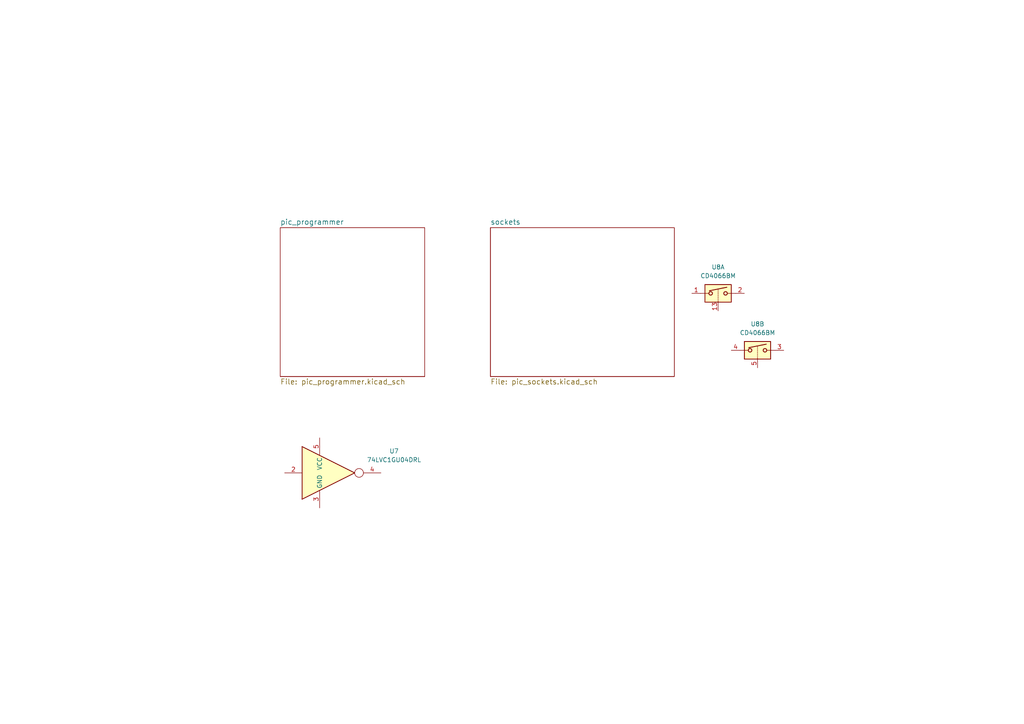
<source format=kicad_sch>
(kicad_sch (version 20240101) (generator "eeschema") (generator_version "8.99")
  (paper "A4")
  (title_block (date "Sun 22 Mar 2015") (rev "1"))
  (lib_symbols
    (symbol "74LVC1GU04DRL:74LVC1GU04DRL"
      (property "Reference" "U" (at -5.08 10.16 0))
      (property "Value" "74LVC1GU04DRL" (at 17.78 10.16 0))
      (symbol "74LVC1GU04DRL_0_1"
        (rectangle (start -5.08 7.62) (end -5.08 -7.62) (stroke (width 0.254)) (fill (type background)))
        (polyline (pts (xy -5.08 -7.62) (xy 10.16 0) (xy -5.08 7.62)) (stroke (width 0.254)) (fill (type background)))
        (circle (center 11.43 0) (radius 1.27))
      )
      (symbol "74LVC1GU04DRL_1_1"
        (pin no_connect line (at 10.16 0 180) (length 5.08) hide (name "NC") (number "1"))
        (pin input line (at -10.16 0 0) (length 5.08) (name "~") (number "2"))
        (pin power_in line (at 0 -10.16 90) (length 5.08) (name "GND") (number "3"))
        (pin output line (at 17.78 0 180) (length 5.08) (name "~") (number "4"))
        (pin power_in line (at 0 10.16 270) (length 5.08) (name "VCC") (number "5"))
      )
    )
    (symbol "CD4066BM:CD4066BM"
      (property "Reference" "U" (at -5.08 3.81 0))
      (property "Value" "CD4066BM" (at 7.62 3.81 0))
      (symbol "CD4066BM_1_1"
        (rectangle (start -3.81 2.54) (end 3.81 -2.54) (stroke (width 0.254)) (fill (type background)))
        (circle (center -2.159 0) (radius 0.508) (stroke (width 0.254)))
        (polyline (pts (xy -5.08 0) (xy -2.794 0)))
        (polyline (pts (xy -2.54 0.762) (xy 2.54 1.778)) (stroke (width 0.254)))
        (polyline (pts (xy 0 -2.54) (xy 0 -2.032)))
        (polyline (pts (xy 0 -1.778) (xy 0 -1.524)))
        (polyline (pts (xy 0 -1.27) (xy 0 -1.016)))
        (polyline (pts (xy 0 -0.762) (xy 0 -0.508)))
        (polyline (pts (xy 0 -0.254) (xy 0 0)))
        (polyline (pts (xy 0 0.254) (xy 0 0.508)))
        (polyline (pts (xy 0 0.762) (xy 0 1.016)))
        (polyline (pts (xy 5.08 0) (xy 2.794 0)))
        (circle (center 2.159 0) (radius 0.508) (stroke (width 0.254)))
        (pin bidirectional line (at -7.62 0 0) (length 2.54) (name "~") (number "1"))
        (pin input line (at 0 -5.08 90) (length 2.54) (name "~") (number "13"))
        (pin bidirectional line (at 7.62 0 180) (length 2.54) (name "~") (number "2"))
      )
      (symbol "CD4066BM_2_1"
        (rectangle (start -3.81 2.54) (end 3.81 -2.54) (stroke (width 0.254)) (fill (type background)))
        (circle (center -2.159 0) (radius 0.508) (stroke (width 0.254)))
        (polyline (pts (xy -5.08 0) (xy -2.794 0)))
        (polyline (pts (xy -2.54 0.762) (xy 2.54 1.778)) (stroke (width 0.254)))
        (polyline (pts (xy 0 -2.54) (xy 0 -2.032)))
        (polyline (pts (xy 0 -1.778) (xy 0 -1.524)))
        (polyline (pts (xy 0 -1.27) (xy 0 -1.016)))
        (polyline (pts (xy 0 -0.762) (xy 0 -0.508)))
        (polyline (pts (xy 0 -0.254) (xy 0 0)))
        (polyline (pts (xy 0 0.254) (xy 0 0.508)))
        (polyline (pts (xy 0 0.762) (xy 0 1.016)))
        (polyline (pts (xy 5.08 0) (xy 2.794 0)))
        (circle (center 2.159 0) (radius 0.508) (stroke (width 0.254)))
        (pin bidirectional line (at 7.62 0 180) (length 2.54) (name "~") (number "3"))
        (pin bidirectional line (at -7.62 0 0) (length 2.54) (name "~") (number "4"))
        (pin input line (at 0 -5.08 90) (length 2.54) (name "~") (number "5"))
      )
      (symbol "CD4066BM_3_1"
        (rectangle (start -3.81 2.54) (end 3.81 -2.54) (stroke (width 0.254)) (fill (type background)))
        (circle (center -2.159 0) (radius 0.508) (stroke (width 0.254)))
        (polyline (pts (xy -5.08 0) (xy -2.794 0)))
        (polyline (pts (xy -2.54 0.762) (xy 2.54 1.778)) (stroke (width 0.254)))
        (polyline (pts (xy 0 -2.54) (xy 0 -2.032)))
        (polyline (pts (xy 0 -1.778) (xy 0 -1.524)))
        (polyline (pts (xy 0 -1.27) (xy 0 -1.016)))
        (polyline (pts (xy 0 -0.762) (xy 0 -0.508)))
        (polyline (pts (xy 0 -0.254) (xy 0 0)))
        (polyline (pts (xy 0 0.254) (xy 0 0.508)))
        (polyline (pts (xy 0 0.762) (xy 0 1.016)))
        (polyline (pts (xy 5.08 0) (xy 2.794 0)))
        (circle (center 2.159 0) (radius 0.508) (stroke (width 0.254)))
        (pin input line (at 0 -5.08 90) (length 2.54) (name "~") (number "6"))
        (pin bidirectional line (at -7.62 0 0) (length 2.54) (name "~") (number "8"))
        (pin bidirectional line (at 7.62 0 180) (length 2.54) (name "~") (number "9"))
      )
      (symbol "CD4066BM_4_1"
        (rectangle (start -3.81 2.54) (end 3.81 -2.54) (stroke (width 0.254)) (fill (type background)))
        (circle (center -2.159 0) (radius 0.508) (stroke (width 0.254)))
        (polyline (pts (xy -5.08 0) (xy -2.794 0)))
        (polyline (pts (xy -2.54 0.762) (xy 2.54 1.778)) (stroke (width 0.254)))
        (polyline (pts (xy 0 -2.54) (xy 0 -2.032)))
        (polyline (pts (xy 0 -1.778) (xy 0 -1.524)))
        (polyline (pts (xy 0 -1.27) (xy 0 -1.016)))
        (polyline (pts (xy 0 -0.762) (xy 0 -0.508)))
        (polyline (pts (xy 0 -0.254) (xy 0 0)))
        (polyline (pts (xy 0 0.254) (xy 0 0.508)))
        (polyline (pts (xy 0 0.762) (xy 0 1.016)))
        (polyline (pts (xy 5.08 0) (xy 2.794 0)))
        (circle (center 2.159 0) (radius 0.508) (stroke (width 0.254)))
        (pin bidirectional line (at 7.62 0 180) (length 2.54) (name "~") (number "10"))
        (pin bidirectional line (at -7.62 0 0) (length 2.54) (name "~") (number "11"))
        (pin input line (at 0 -5.08 90) (length 2.54) (name "~") (number "12"))
      )
      (symbol "CD4066BM_5_1"
        (rectangle (start -2.54 5.08) (end 2.54 -5.08) (stroke (width 0.254)) (fill (type background)))
        (pin power_in line (at 0 7.62 270) (length 2.54) (name "V_{DD}") (number "14"))
        (pin power_in line (at 0 -7.62 90) (length 2.54) (name "V_{SS}") (number "7"))
      )
    )
  )
  (symbol (lib_id "CD4066BM:CD4066BM") (at 208.28 85.09 0) (unit 1)
    (property "Reference" "U8" (at 208.28 77.47 0))
    (property "Value" "CD4066BM" (at 208.28 80.01 0))
    (property "Footprint" "Package_SO:SO-14_3.9x8.65mm_P1.27mm" (effects (hide yes)))
    (property "Datasheet" "https://www.ti.com/lit/ds/symlink/cd4066b.pdf" (effects (hide yes)))
    (property "Description" "Quad 20V analog SPST 1:1 switch, SO-14 (3.9x8.65mm)" (effects (hide yes)))
  )
  (symbol (lib_id "74LVC1GU04DRL:74LVC1GU04DRL") (at 92.71 137.16 0) (unit 1)
    (property "Reference" "U7" (at 114.3 130.8414 0))
    (property "Value" "74LVC1GU04DRL" (at 114.3 133.3814 0))
    (property "Footprint" "Package_TO_SOT_SMD:SOT-553" (effects (hide yes)))
    (property "Datasheet" "http://www.ti.com/lit/ds/symlink/sn74lvc1gu04.pdf" (effects (hide yes)))
    (property "Description" "Single Inverter Gate, SOT-553" (effects (hide yes)))
  )
  (symbol (lib_id "CD4066BM:CD4066BM") (at 219.71 101.6 0) (unit 2)
    (property "Reference" "U8" (at 219.71 93.98 0))
    (property "Value" "CD4066BM" (at 219.71 96.52 0))
    (property "Footprint" "Package_SO:SO-14_3.9x8.65mm_P1.27mm" (effects (hide yes)))
    (property "Datasheet" "https://www.ti.com/lit/ds/symlink/cd4066b.pdf" (effects (hide yes)))
    (property "Description" "Quad 20V analog SPST 1:1 switch, SO-14 (3.9x8.65mm)" (effects (hide yes)))
  )
  (sheet (at 81.28 66.04) (size 41.91 43.18)
    (property "Sheetname" "pic_programmer" (at 81.28 65.2775 0) (effects (font (size 1.524 1.524)) (justify left bottom)))
    (property "Sheetfile" "pic_programmer.kicad_sch" (at 81.28 109.8301 0) (effects (font (size 1.524 1.524)) (justify left top)))
  )
  (sheet (at 142.24 66.04) (size 53.34 43.18)
    (property "Sheetname" "sockets" (at 142.24 65.2775 0) (effects (font (size 1.524 1.524)) (justify left bottom)))
    (property "Sheetfile" "pic_sockets.kicad_sch" (at 142.24 109.8301 0) (effects (font (size 1.524 1.524)) (justify left top)))
  )
)
</source>
